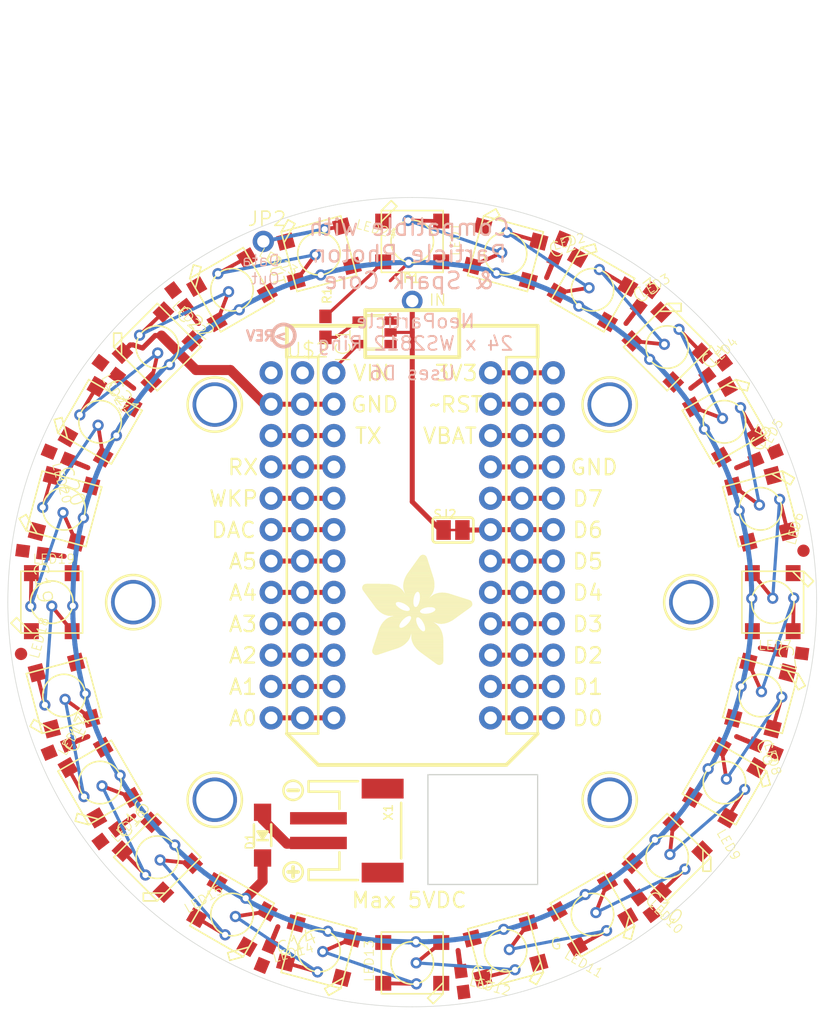
<source format=kicad_pcb>
(kicad_pcb (version 20211014) (generator pcbnew)
  (layers (0 "F.Cu" signal) (31 "B.Cu" signal) (34 "B.Paste" user) (35 "F.Paste" user) (36 "B.SilkS" user "B.Silkscreen") (37 "F.SilkS" user "F.Silkscreen") (38 "B.Mask" user) (39 "F.Mask" user) (44 "Edge.Cuts" user))
  (net 0 "")
  (net 1 "N$1")
  (net 2 "N$2")
  (net 3 "N$3")
  (net 4 "N$4")
  (net 5 "N$5")
  (net 6 "N$6")
  (net 7 "N$7")
  (net 8 "N$8")
  (net 9 "N$9")
  (net 10 "N$10")
  (net 11 "N$11")
  (net 12 "GND")
  (net 13 "VDD")
  (net 14 "N$12")
  (net 15 "N$13")
  (net 16 "N$14")
  (net 17 "N$15")
  (net 18 "N$16")
  (net 19 "N$17")
  (net 20 "N$18")
  (net 21 "N$19")
  (net 22 "N$20")
  (net 23 "N$21")
  (net 24 "N$22")
  (net 25 "N$23")
  (net 26 "N$24")
  (net 27 "N$25")
  (net 28 "N$28")
  (net 29 "D0")
  (net 30 "D1")
  (net 31 "D2")
  (net 32 "TX")
  (net 33 "RX")
  (net 34 "WKP")
  (net 35 "DAC")
  (net 36 "A5")
  (net 37 "A4")
  (net 38 "A3")
  (net 39 "A2")
  (net 40 "A1")
  (net 41 "A0")
  (net 42 "D7")
  (net 43 "D6")
  (net 44 "D5")
  (net 45 "D4")
  (net 46 "D3")
  (net 47 "VBAT")
  (net 48 "~{RST}")
  (net 49 "3V3")
  (net 50 "DIN")
  (net 51 "N$26")
  (footprint "boardEagle:SOLDERJUMPER_CLOSEDWIRE" (layer "F.Cu") (at 151.8031 99.1616)
    (fp_text reference "SJ2")
    (fp_text value "")
  )
  (footprint "boardEagle:C0603" (layer "F.Cu") (at 179.223925 109.048296 -7.5)
    (fp_text reference "C7")
    (fp_text value "1uF")
  )
  (footprint "boardEagle:C0603" (layer "F.Cu") (at 152.545796 135.726425 -82.5)
    (fp_text reference "C12")
    (fp_text value "1uF")
  )
  (footprint "boardEagle:WS2812B-NARROW" (layer "F.Cu") (at 127.846582 125.658118 135)
    (fp_text reference "LED16")
    (fp_text value "WS2812B5050" hide)
  )
  (footprint "boardEagle:C0603" (layer "F.Cu") (at 160.359596 76.374497 67.5)
    (fp_text reference "C2")
    (fp_text value "1uF")
  )
  (footprint "boardEagle:WS2812B-NARROW" (layer "F.Cu") (at 123.204479 90.3986 60)
    (fp_text reference "LED21")
    (fp_text value "WS2812B5050" hide)
  )
  (footprint "boardEagle:C0603" (layer "F.Cu") (at 129.636775 80.419194 127.5)
    (fp_text reference "C22")
    (fp_text value "1uF")
  )
  (footprint "boardEagle:C0603" (layer "F.Cu") (at 177.130203 116.862096 -22.5)
    (fp_text reference "C8")
    (fp_text value "1uF")
  )
  (footprint "boardEagle:WS2812B-NARROW" (layer "F.Cu") (at 163.1061 79.706979 -30)
    (fp_text reference "LED3")
    (fp_text value "WS2812B5050" hide)
  )
  (footprint "boardEagle:FIDUCIAL_1MM" (layer "F.Cu") (at 116.8019 109.1946)
    (fp_text reference "FID1" hide)
    (fp_text value "FIDUCIAL\"\"" hide)
  )
  (footprint "boardEagle:C0603" (layer "F.Cu") (at 117.778275 100.958904 172.5)
    (fp_text reference "C19")
    (fp_text value "1uF")
  )
  (footprint "boardEagle:WS2812B-NARROW" (layer "F.Cu") (at 148.5011 75.7936)
    (fp_text reference "LED1")
    (fp_text value "WS2812B5050" hide)
  )
  (footprint "boardEagle:WS2812B-NARROW" (layer "F.Cu") (at 120.286525 97.443544 75)
    (fp_text reference "LED20")
    (fp_text value "WS2812B5050" hide)
  )
  (footprint "boardEagle:C0603" (layer "F.Cu") (at 167.365425 129.588006 -52.5)
    (fp_text reference "C10")
    (fp_text value "1uF")
  )
  (footprint "boardEagle:MOUNTINGHOLE_3.0_PLATEDTHIN" (layer "F.Cu") (at 164.5011 89.0036)
    (fp_text reference "U$3" hide)
    (fp_text value "MOUNTINGHOLE3.0THIN" hide)
  )
  (footprint "boardEagle:WS2812B-NARROW" (layer "F.Cu") (at 119.2911 105.0036 90)
    (fp_text reference "LED19")
    (fp_text value "WS2812B5050" hide)
  )
  (footprint "boardEagle:WS2812B-NARROW" (layer "F.Cu") (at 133.8961 130.300221 150)
    (fp_text reference "LED15")
    (fp_text value "WS2812B5050" hide)
  )
  (footprint "boardEagle:C0603" (layer "F.Cu") (at 173.085506 86.139275 37.5)
    (fp_text reference "C4")
    (fp_text value "1uF")
  )
  (footprint "boardEagle:WS2812B-NARROW" (layer "F.Cu") (at 176.715675 97.443544 -75)
    (fp_text reference "LED6")
    (fp_text value "WS2812B5050" hide)
  )
  (footprint "boardEagle:WS2812B-NARROW" (layer "F.Cu") (at 127.846582 84.349082 45)
    (fp_text reference "LED22")
    (fp_text value "WS2812B5050" hide)
  )
  (footprint "boardEagle:WS2812B-NARROW" (layer "F.Cu") (at 176.715675 112.563656 -105)
    (fp_text reference "LED8")
    (fp_text value "WS2812B5050" hide)
  )
  (footprint "boardEagle:FIDUCIAL_1MM" (layer "F.Cu") (at 180.2003 100.838)
    (fp_text reference "FID2" hide)
    (fp_text value "FIDUCIAL\"\"" hide)
  )
  (footprint "boardEagle:MOUNTINGHOLE_3.0_PLATEDTHIN" (layer "F.Cu") (at 125.8951 105.0036)
    (fp_text reference "U$9" hide)
    (fp_text value "MOUNTINGHOLE3.0THIN" hide)
  )
  (footprint "boardEagle:MOUNTINGHOLE_3.0_PLATEDTHIN" (layer "F.Cu") (at 132.5011 89.0036)
    (fp_text reference "U$4" hide)
    (fp_text value "MOUNTINGHOLE3.0THIN" hide)
  )
  (footprint "boardEagle:ADAFRUIT_9MM" (layer "F.Cu") (at 144.4371 110.0836)
    (fp_text reference "U$1" hide)
    (fp_text value "" hide)
  )
  (footprint "boardEagle:WS2812B-NARROW" (layer "F.Cu") (at 140.941044 76.789025 15)
    (fp_text reference "LED24")
    (fp_text value "WS2812B5050" hide)
  )
  (footprint "boardEagle:C0603" (layer "F.Cu") (at 167.365425 80.419194 52.5)
    (fp_text reference "C3")
    (fp_text value "1uF")
  )
  (footprint "boardEagle:0603-NO" (layer "F.Cu") (at 141.469797 82.711494 90)
    (fp_text reference "R1")
    (fp_text value "470 ohm")
  )
  (footprint "boardEagle:WS2812B-NARROW" (layer "F.Cu") (at 173.797721 119.6086 -120)
    (fp_text reference "LED9")
    (fp_text value "WS2812B5050" hide)
  )
  (footprint "boardEagle:C0603" (layer "F.Cu") (at 119.871997 116.862096 -157.5)
    (fp_text reference "C17")
    (fp_text value "1uF")
  )
  (footprint "boardEagle:1X01_ROUND" (layer "F.Cu") (at 148.5011 80.6196)
    (fp_text reference "JP1")
    (fp_text value "")
  )
  (footprint "boardEagle:WS2812B-NARROW" (layer "F.Cu") (at 169.155618 125.658118 -135)
    (fp_text reference "LED10")
    (fp_text value "WS2812B5050" hide)
  )
  (footprint "boardEagle:MOUNTINGHOLE_3.0_PLATEDTHIN" (layer "F.Cu") (at 132.5011 121.0036)
    (fp_text reference "U$5" hide)
    (fp_text value "MOUNTINGHOLE3.0THIN" hide)
  )
  (footprint "boardEagle:WS2812B-NARROW" (layer "F.Cu") (at 156.061156 133.218175 -165)
    (fp_text reference "LED12")
    (fp_text value "WS2812B5050" hide)
  )
  (footprint "boardEagle:JSTPH2" (layer "F.Cu") (at 144.6011 123.5036 -90)
    (fp_text reference "X1")
    (fp_text value "JST-2PH")
  )
  (footprint "boardEagle:WS2812B-NARROW" (layer "F.Cu") (at 133.8961 79.706979 30)
    (fp_text reference "LED23")
    (fp_text value "WS2812B5050" hide)
  )
  (footprint "boardEagle:WS2812B-NARROW" (layer "F.Cu") (at 120.286525 112.563656 105)
    (fp_text reference "LED18")
    (fp_text value "WS2812B5050" hide)
  )
  (footprint "boardEagle:MOUNTINGHOLE_3.0_PLATEDTHIN" (layer "F.Cu") (at 171.1071 105.0036)
    (fp_text reference "U$10" hide)
    (fp_text value "MOUNTINGHOLE3.0THIN" hide)
  )
  (footprint "boardEagle:SOT23-5" (layer "F.Cu") (at 145.4531 83.1596 90)
    (fp_text reference "IC1")
    (fp_text value "74AHC1G125DBV")
  )
  (footprint "boardEagle:SPARK_CORE_STACKABLE" (layer "F.Cu") (at 148.5011 100.4036)
    (fp_text reference "U$2")
    (fp_text value "PHOTON")
  )
  (footprint "boardEagle:WS2812B-NARROW" (layer "F.Cu") (at 140.941044 133.218175 165)
    (fp_text reference "LED14")
    (fp_text value "WS2812B5050" hide)
  )
  (footprint "boardEagle:C0603" (layer "F.Cu") (at 136.642604 133.632703 -112.5)
    (fp_text reference "C14")
    (fp_text value "1uF")
  )
  (footprint "boardEagle:WS2812B-NARROW" (layer "F.Cu") (at 173.797721 90.3986 -60)
    (fp_text reference "LED5")
    (fp_text value "WS2812B5050" hide)
  )
  (footprint "boardEagle:WS2812B-NARROW" (layer "F.Cu") (at 169.155618 84.349082 -45)
    (fp_text reference "LED4")
    (fp_text value "WS2812B5050" hide)
  )
  (footprint "boardEagle:MOUNTINGHOLE_3.0_PLATEDTHIN" (layer "F.Cu") (at 164.5011 121.0036)
    (fp_text reference "U$6" hide)
    (fp_text value "MOUNTINGHOLE3.0THIN" hide)
  )
  (footprint "boardEagle:C0603" (layer "F.Cu") (at 177.130203 93.145104 22.5)
    (fp_text reference "C5")
    (fp_text value "1uF")
  )
  (footprint "boardEagle:SYMBOL_PLUS" (layer "F.Cu") (at 138.8491 126.8476)
    (fp_text reference "U$7" hide)
    (fp_text value "" hide)
  )
  (footprint "boardEagle:WS2812B-NARROW" (layer "F.Cu") (at 177.7111 105.0036 -90)
    (fp_text reference "LED7")
    (fp_text value "WS2812B5050" hide)
  )
  (footprint "boardEagle:SOD-123" (layer "F.Cu") (at 136.3731 123.8696 90)
    (fp_text reference "D1")
    (fp_text value "MBR120")
  )
  (footprint "boardEagle:1X01-CLEANBIG" (layer "F.Cu") (at 136.4361 75.7936)
    (fp_text reference "JP2")
    (fp_text value "")
  )
  (footprint "boardEagle:C0603" (layer "F.Cu") (at 119.871997 93.145104 157.5)
    (fp_text reference "C20")
    (fp_text value "1uF")
  )
  (footprint "boardEagle:WS2812B-NARROW" (layer "F.Cu") (at 123.204479 119.6086 120)
    (fp_text reference "LED17")
    (fp_text value "WS2812B5050" hide)
  )
  (footprint "boardEagle:C0603" (layer "F.Cu") (at 123.916694 86.139275 142.5)
    (fp_text reference "C21")
    (fp_text value "1uF")
  )
  (footprint "boardEagle:C0603" (layer "F.Cu") (at 123.916694 123.867925 -142.5)
    (fp_text reference "C16")
    (fp_text value "1uF")
  )
  (footprint "boardEagle:SYMBOL_MINUS" (layer "F.Cu") (at 138.8491 120.2436)
    (fp_text reference "U$8" hide)
    (fp_text value "" hide)
  )
  (footprint "boardEagle:WS2812B-NARROW" (layer "F.Cu") (at 148.5011 134.2136 180)
    (fp_text reference "LED13")
    (fp_text value "WS2812B5050" hide)
  )
  (footprint "boardEagle:WS2812B-NARROW" (layer "F.Cu") (at 156.061156 76.789025 -15)
    (fp_text reference "LED2")
    (fp_text value "WS2812B5050" hide)
  )
  (footprint "boardEagle:WS2812B-NARROW" (layer "F.Cu") (at 163.1061 130.300221 -150)
    (fp_text reference "LED11")
    (fp_text value "WS2812B5050" hide)
  )
  (footprint "boardEagle:PCBFEAT-REV-040" (layer "B.Cu") (at 138.0871 83.4136 180)
    (fp_text reference "U$11" hide)
    (fp_text value "" hide)
  )
  (gr_arc (start 148.5011 72.2376) (mid 171.670161 81.834539) (end 181.2671 105.0036) (layer "Edge.Cuts") (width 0.05))
  (gr_line (start 158.6611 127.8636) (end 149.7711 127.8636) (layer "Edge.Cuts") (width 0.1))
  (gr_line (start 158.6611 118.9736) (end 158.6611 127.8636) (layer "Edge.Cuts") (width 0.1))
  (gr_line (start 149.7711 127.8636) (end 149.7711 118.9736) (layer "Edge.Cuts") (width 0.1))
  (gr_arc (start 148.5011 137.7696) (mid 125.332039 128.172661) (end 115.7351 105.0036) (layer "Edge.Cuts") (width 0.05))
  (gr_arc (start 115.7351 105.0036) (mid 125.332039 81.834539) (end 148.5011 72.2376) (layer "Edge.Cuts") (width 0.05))
  (gr_line (start 149.7711 118.9736) (end 158.6611 118.9736) (layer "Edge.Cuts") (width 0.1))
  (gr_arc (start 181.2671 105.0036) (mid 171.670161 128.172661) (end 148.5011 137.7696) (layer "Edge.Cuts") (width 0.05))
  (gr_text "Data\nOut" (at 137.8331 79.3496) (layer "B.SilkS") (effects (font (size 0.9144 0.9144) (thickness 0.1016)) (justify left bottom mirror)))
  (gr_text "NeoParticle\n24 x WS2812 Ring" (at 148.7551 83.1596) (layer "B.SilkS") (effects (font (size 1.1176 1.1176) (thickness 0.1524)) (justify mirror)))
  (gr_text "Compatible with\nParticle Photon\n& Spark Core" (at 148.2471 76.8096) (layer "B.SilkS") (effects (font (size 1.34112 1.34112) (thickness 0.18288)) (justify mirror)))
  (gr_text "Uses D6" (at 148.5011 86.4616) (layer "B.SilkS") (effects (font (size 1.1176 1.1176) (thickness 0.1524)) (justify mirror)))
  (gr_text "A0" (at 134.7851 114.4016) (layer "F.SilkS") (effects (font (size 1.251712 1.251712) (thickness 0.170688))))
  (gr_text "D6" (at 162.7251 99.1616) (layer "F.SilkS") (effects (font (size 1.251712 1.251712) (thickness 0.170688))))
  (gr_text "D5" (at 162.7251 101.7016) (layer "F.SilkS") (effects (font (size 1.251712 1.251712) (thickness 0.170688))))
  (gr_text "IN" (at 149.7965 81.0768) (layer "F.SilkS") (effects (font (size 0.9144 0.9144) (thickness 0.1016)) (justify left bottom)))
  (gr_text "D2" (at 162.7251 109.3216) (layer "F.SilkS") (effects (font (size 1.251712 1.251712) (thickness 0.170688))))
  (gr_text "D4" (at 162.7251 104.2416) (layer "F.SilkS") (effects (font (size 1.251712 1.251712) (thickness 0.170688))))
  (gr_text "VBAT" (at 151.5491 91.5416) (layer "F.SilkS") (effects (font (size 1.251712 1.251712) (thickness 0.170688))))
  (gr_text "DAC" (at 134.0231 99.1616) (layer "F.SilkS") (effects (font (size 1.251712 1.251712) (thickness 0.170688))))
  (gr_text "Max 5VDC" (at 148.2471 129.1336) (layer "F.SilkS") (effects (font (size 1.251712 1.251712) (thickness 0.170688))))
  (gr_text "~RST" (at 152.0571 89.0016) (layer "F.SilkS") (effects (font (size 1.251712 1.251712) (thickness 0.170688))))
  (gr_text "A1" (at 134.7851 111.8616) (layer "F.SilkS") (effects (font (size 1.251712 1.251712) (thickness 0.170688))))
  (gr_text "G" (at 159.6263 133.1976) (layer "F.SilkS") (effects (font (size 0.9144 0.9144) (thickness 0.1016)) (justify left bottom)))
  (gr_text "VIN" (at 145.1991 86.4616) (layer "F.SilkS") (effects (font (size 1.251712 1.251712) (thickness 0.170688))))
  (gr_text "D0" (at 162.7251 114.4016) (layer "F.SilkS") (effects (font (size 1.251712 1.251712) (thickness 0.170688))))
  (gr_text "OUT" (at 136.5631 76.8858 285) (layer "F.SilkS") (effects (font (size 0.9144 0.9144) (thickness 0.1016)) (justify left bottom)))
  (gr_text "GND" (at 163.2331 94.0816) (layer "F.SilkS") (effects (font (size 1.251712 1.251712) (thickness 0.170688))))
  (gr_text "D7" (at 162.7251 96.6216) (layer "F.SilkS") (effects (font (size 1.251712 1.251712) (thickness 0.170688))))
  (gr_text "A5" (at 134.7851 101.7016) (layer "F.SilkS") (effects (font (size 1.251712 1.251712) (thickness 0.170688))))
  (gr_text "A4" (at 134.7851 104.2416) (layer "F.SilkS") (effects (font (size 1.251712 1.251712) (thickness 0.170688))))
  (gr_text "A2" (at 134.7851 109.3216) (layer "F.SilkS") (effects (font (size 1.251712 1.251712) (thickness 0.170688))))
  (gr_text "D1" (at 162.7251 111.8616) (layer "F.SilkS") (effects (font (size 1.251712 1.251712) (thickness 0.170688))))
  (gr_text "3V3" (at 152.0571 86.4616) (layer "F.SilkS") (effects (font (size 1.251712 1.251712) (thickness 0.170688))))
  (gr_text "TX" (at 144.9451 91.5416) (layer "F.SilkS") (effects (font (size 1.251712 1.251712) (thickness 0.170688))))
  (gr_text "RX" (at 134.7851 94.0816) (layer "F.SilkS") (effects (font (size 1.251712 1.251712) (thickness 0.170688))))
  (gr_text "D3" (at 162.7251 106.7816) (layer "F.SilkS") (effects (font (size 1.251712 1.251712) (thickness 0.170688))))
  (gr_text "WKP" (at 134.0231 96.6216) (layer "F.SilkS") (effects (font (size 1.251712 1.251712) (thickness 0.170688))))
  (gr_text "A3" (at 134.7851 106.7816) (layer "F.SilkS") (effects (font (size 1.251712 1.251712) (thickness 0.170688))))
  (gr_text "GND" (at 145.4531 89.0016) (layer "F.SilkS") (effects (font (size 1.251712 1.251712) (thickness 0.170688))))
  (segment (start 153.364178 77.774579) (end 155.753053 76.708) (width 0.3048) (layer "F.Cu") (net 1))
  (segment (start 150.8511 74.1436) (end 148.164041 74.095357) (width 0.3048) (layer "F.Cu") (net 1))
  (via (at 155.753053 76.708) (size 0.9064) (drill 0.5) (layers "F.Cu" "B.Cu") (net 1))
  (via (at 148.164041 74.095357) (size 0.9064) (drill 0.5) (layers "F.Cu" "B.Cu") (net 1))
  (segment (start 148.164041 74.095357) (end 155.753053 76.708) (width 0.254) (layer "B.Cu") (net 1))
  (segment (start 158.758131 75.803475) (end 156.174946 75.061319) (width 0.3048) (layer "F.Cu") (net 2))
  (segment (start 160.245937 79.960922) (end 162.82924 79.549244) (width 0.3048) (layer "F.Cu") (net 2))
  (via (at 156.174946 75.061319) (size 0.9064) (drill 0.5) (layers "F.Cu" "B.Cu") (net 2))
  (via (at 162.82924 79.549244) (size 0.9064) (drill 0.5) (layers "F.Cu" "B.Cu") (net 2))
  (segment (start 156.174946 75.061319) (end 162.82924 79.549244) (width 0.254) (layer "B.Cu") (net 2))
  (segment (start 165.966259 79.453038) (end 163.663121 78.067663) (width 0.3048) (layer "F.Cu") (net 3))
  (segment (start 166.32719 83.85411) (end 168.92905 84.125054) (width 0.3048) (layer "F.Cu") (net 3))
  (via (at 168.92905 84.125054) (size 0.9064) (drill 0.5) (layers "F.Cu" "B.Cu") (net 3))
  (via (at 163.663121 78.067663) (size 0.9064) (drill 0.5) (layers "F.Cu" "B.Cu") (net 3))
  (segment (start 163.663121 78.067663) (end 168.92905 84.125054) (width 0.254) (layer "B.Cu") (net 3))
  (segment (start 171.193778 89.188441) (end 173.63694 90.123519) (width 0.3048) (layer "F.Cu") (net 4))
  (segment (start 171.984043 84.844057) (end 170.118025 82.909919) (width 0.3048) (layer "F.Cu") (net 4))
  (via (at 173.63694 90.123519) (size 0.9064) (drill 0.5) (layers "F.Cu" "B.Cu") (net 4))
  (via (at 170.118025 82.909919) (size 0.9064) (drill 0.5) (layers "F.Cu" "B.Cu") (net 4))
  (segment (start 170.118025 82.909919) (end 173.63694 90.123519) (width 0.254) (layer "B.Cu") (net 4))
  (segment (start 175.099725 89.257632) (end 176.401662 91.608763) (width 0.3048) (layer "F.Cu") (net 5))
  (segment (start 174.513671 95.600672) (end 176.6316 97.136204) (width 0.3048) (layer "F.Cu") (net 5))
  (via (at 176.6316 97.136204) (size 0.9064) (drill 0.5) (layers "F.Cu" "B.Cu") (net 5))
  (via (at 175.099725 89.257632) (size 0.9064) (drill 0.5) (layers "F.Cu" "B.Cu") (net 5))
  (segment (start 175.099725 89.257632) (end 176.6316 97.136204) (width 0.254) (layer "B.Cu") (net 5))
  (segment (start 176.0611 102.6536) (end 177.709321 104.685085) (width 0.3048) (layer "F.Cu") (net 6))
  (segment (start 178.268884 96.678241) (end 178.917675 99.286419) (width 0.3048) (layer "F.Cu") (net 6))
  (via (at 178.268884 96.678241) (size 0.9064) (drill 0.5) (layers "F.Cu" "B.Cu") (net 6))
  (via (at 177.709321 104.685085) (size 0.9064) (drill 0.5) (layers "F.Cu" "B.Cu") (net 6))
  (segment (start 178.268884 96.678241) (end 177.709321 104.685085) (width 0.254) (layer "B.Cu") (net 6))
  (segment (start 175.730121 109.866678) (end 176.7967 112.255553) (width 0.3048) (layer "F.Cu") (net 7))
  (segment (start 179.3611 107.3536) (end 179.409343 104.666541) (width 0.3048) (layer "F.Cu") (net 7))
  (via (at 179.409343 104.666541) (size 0.9064) (drill 0.5) (layers "F.Cu" "B.Cu") (net 7))
  (via (at 176.7967 112.255553) (size 0.9064) (drill 0.5) (layers "F.Cu" "B.Cu") (net 7))
  (segment (start 179.409343 104.666541) (end 176.7967 112.255553) (width 0.254) (layer "B.Cu") (net 7))
  (segment (start 173.543778 116.748437) (end 173.955456 119.33174) (width 0.3048) (layer "F.Cu") (net 8))
  (segment (start 177.701225 115.260631) (end 178.443381 112.677446) (width 0.3048) (layer "F.Cu") (net 8))
  (via (at 178.443381 112.677446) (size 0.9064) (drill 0.5) (layers "F.Cu" "B.Cu") (net 8))
  (via (at 173.955456 119.33174) (size 0.9064) (drill 0.5) (layers "F.Cu" "B.Cu") (net 8))
  (segment (start 178.443381 112.677446) (end 173.955456 119.33174) (width 0.254) (layer "B.Cu") (net 8))
  (segment (start 174.051662 122.468759) (end 175.437037 120.165621) (width 0.3048) (layer "F.Cu") (net 9))
  (segment (start 169.65059 122.82969) (end 169.379646 125.43155) (width 0.3048) (layer "F.Cu") (net 9))
  (via (at 169.379646 125.43155) (size 0.9064) (drill 0.5) (layers "F.Cu" "B.Cu") (net 9))
  (via (at 175.437037 120.165621) (size 0.9064) (drill 0.5) (layers "F.Cu" "B.Cu") (net 9))
  (segment (start 175.437037 120.165621) (end 169.379646 125.43155) (width 0.254) (layer "B.Cu") (net 9))
  (segment (start 168.660643 128.486543) (end 170.594781 126.620525) (width 0.3048) (layer "F.Cu") (net 10))
  (segment (start 164.316259 127.696278) (end 163.381181 130.13944) (width 0.3048) (layer "F.Cu") (net 10))
  (via (at 170.594781 126.620525) (size 0.9064) (drill 0.5) (layers "F.Cu" "B.Cu") (net 10))
  (via (at 163.381181 130.13944) (size 0.9064) (drill 0.5) (layers "F.Cu" "B.Cu") (net 10))
  (segment (start 170.594781 126.620525) (end 163.381181 130.13944) (width 0.254) (layer "B.Cu") (net 10))
  (segment (start 161.895937 132.904162) (end 164.247068 131.602225) (width 0.3048) (layer "F.Cu") (net 11))
  (segment (start 156.368496 133.1341) (end 157.904028 131.016171) (width 0.3048) (layer "F.Cu") (net 11))
  (via (at 164.247068 131.602225) (size 0.9064) (drill 0.5) (layers "F.Cu" "B.Cu") (net 11))
  (via (at 156.368496 133.1341) (size 0.9064) (drill 0.5) (layers "F.Cu" "B.Cu") (net 11))
  (segment (start 164.247068 131.602225) (end 156.368496 133.1341) (width 0.254) (layer "B.Cu") (net 11))
  (segment (start 130.9751 86.2076) (end 128.1811 83.4136) (width 0.8128) (layer "F.Cu") (net 12))
  (segment (start 137.0711 88.9736) (end 139.6111 88.9736) (width 0.4064) (layer "F.Cu") (net 12))
  (segment (start 133.7691 86.2076) (end 130.9751 86.2076) (width 0.8128) (layer "F.Cu") (net 12))
  (segment (start 125.8951 84.1756) (end 126.6571 84.4296) (width 0.4064) (layer "F.Cu") (net 12))
  (segment (start 126.6571 84.4296) (end 127.6731 83.4136) (width 0.4064) (layer "F.Cu") (net 12))
  (segment (start 142.1791 89.0016) (end 142.1511 88.9736) (width 0.4064) (layer "F.Cu") (net 12))
  (segment (start 136.5351 88.9736) (end 133.7691 86.2076) (width 0.8128) (layer "F.Cu") (net 12))
  (segment (start 125.018157 84.844057) (end 125.018157 84.798544) (width 0.4064) (layer "F.Cu") (net 12))
  (segment (start 139.6111 88.9736) (end 142.1511 88.9736) (width 0.4064) (layer "F.Cu") (net 12))
  (segment (start 137.0711 88.9736) (end 136.5351 88.9736) (width 0.8128) (layer "F.Cu") (net 12))
  (segment (start 125.6411 84.1756) (end 125.8951 84.1756) (width 0.4064) (layer "F.Cu") (net 12))
  (segment (start 154.8511 94.0536) (end 157.3911 94.0536) (width 0.4064) (layer "F.Cu") (net 12))
  (segment (start 127.6731 83.4136) (end 128.1811 83.4136) (width 0.4064) (layer "F.Cu") (net 12))
  (segment (start 157.3911 94.0536) (end 159.9311 94.0536) (width 0.4064) (layer "F.Cu") (net 12))
  (segment (start 125.018157 84.798544) (end 125.6411 84.1756) (width 0.4064) (layer "F.Cu") (net 12))
  (segment (start 137.614407 131.28625) (end 137.322813 131.990084) (width 0.4064) (layer "F.Cu") (net 13))
  (segment (start 120.657297 93.470385) (end 121.514616 93.825313) (width 0.4064) (layer "F.Cu") (net 13))
  (segment (start 122.21845 115.890293) (end 121.514616 116.181887) (width 0.4064) (layer "F.Cu") (net 13))
  (segment (start 118.621007 101.069854) (end 119.541038 101.190807) (width 0.4064) (layer "F.Cu") (net 13))
  (segment (start 125.931675 122.321575) (end 125.327157 122.785631) (width 0.4064) (layer "F.Cu") (net 13))
  (segment (start 174.78375 115.890293) (end 175.487584 116.181887) (width 0.4064) (layer "F.Cu") (net 13))
  (segment (start 175.487584 93.825313) (end 176.344903 93.470385) (width 0.4064) (layer "F.Cu") (net 13))
  (segment (start 152.313893 133.963662) (end 152.434846 134.883693) (width 0.4064) (layer "F.Cu") (net 13))
  (segment (start 174.78375 94.116907) (end 175.487584 93.825313) (width 0.4064) (layer "F.Cu") (net 13))
  (segment (start 165.819075 127.573025) (end 166.283131 128.177543) (width 0.4064) (layer "F.Cu") (net 13))
  (segment (start 166.283131 81.829657) (end 166.847975 81.093547) (width 0.4064) (layer "F.Cu") (net 13))
  (segment (start 175.487584 116.181887) (end 176.344903 116.536815) (width 0.4064) (layer "F.Cu") (net 13))
  (segment (start 124.591047 123.350475) (end 125.327157 122.785631) (width 0.4064) (layer "F.Cu") (net 13))
  (segment (start 177.461162 108.816393) (end 178.381193 108.937346) (width 0.4064) (layer "F.Cu") (net 13))
  (segment (start 159.679387 78.017116) (end 160.034315 77.159797) (width 0.4064) (layer "F.Cu") (net 13))
  (segment (start 166.283131 128.177543) (end 166.847975 128.913653) (width 0.4064) (layer "F.Cu") (net 13))
  (segment (start 121.514616 116.181887) (end 120.657297 116.536815) (width 0.4064) (layer "F.Cu") (net 13))
  (segment (start 136.3731 127.610368) (end 135.006841 128.976628) (width 0.8128) (layer "F.Cu") (net 13))
  (segment (start 176.705768 108.716825) (end 177.461162 108.816393) (width 0.4064) (layer "F.Cu") (net 13))
  (segment (start 165.819075 82.434175) (end 166.283131 81.829657) (width 0.4064) (layer "F.Cu") (net 13))
  (segment (start 130.154225 81.093547) (end 130.719069 81.829657) (width 0.4064) (layer "F.Cu") (net 13))
  (segment (start 120.296432 101.290375) (end 119.541038 101.190807) (width 0.4064) (layer "F.Cu") (net 13))
  (segment (start 171.675043 87.221569) (end 172.411153 86.656725) (width 0.4064) (layer "F.Cu") (net 13))
  (segment (start 142.1511 86.4336) (end 142.1511 86.1116) (width 0.254) (layer "F.Cu") (net 13))
  (segment (start 137.322813 131.990084) (end 136.967885 132.847403) (width 0.4064) (layer "F.Cu") (net 13))
  (segment (start 125.327157 87.221569) (end 124.591047 86.656725) (width 0.4064) (layer "F.Cu") (net 13))
  (segment (start 142.1511 86.1116) (end 144.1531 84.1096) (width 0.254) (layer "F.Cu") (net 13))
  (segment (start 171.070525 87.685625) (end 171.675043 87.221569) (width 0.4064) (layer "F.Cu") (net 13))
  (segment (start 159.387793 78.72095) (end 159.679387 78.017116) (width 0.4064) (layer "F.Cu") (net 13))
  (segment (start 131.183125 82.434175) (end 130.719069 81.829657) (width 0.4064) (layer "F.Cu") (net 13))
  (segment (start 122.21845 94.116907) (end 121.514616 93.825313) (width 0.4064) (layer "F.Cu") (net 13))
  (segment (start 136.3731 125.7196) (end 136.3731 127.610368) (width 0.8128) (layer "F.Cu") (net 13))
  (segment (start 125.931675 87.685625) (end 125.327157 87.221569) (width 0.4064) (layer "F.Cu") (net 13))
  (segment (start 146.7231 78.973172) (end 148.201125 77.495147) (width 0.254) (layer "F.Cu") (net 13))
  (segment (start 152.214325 133.208268) (end 152.313893 133.963662) (width 0.4064) (layer "F.Cu") (net 13))
  (via (at 176.009553 104.703625) (size 0.9064) (drill 0.5) (layers "F.Cu" "B.Cu") (net 13))
  (via (at 161.995359 81.030572) (size 0.9064) (drill 0.5) (layers "F.Cu" "B.Cu") (net 13))
  (via (at 134.48716 81.3308) (size 0.9064) (drill 0.5) (layers "F.Cu" "B.Cu") (net 13))
  (via (at 148.201125 77.495147) (size 0.9064) (drill 0.5) (layers "F.Cu" "B.Cu") (net 13))
  (via (at 124.8283 119.01754) (size 0.9064) (drill 0.5) (layers "F.Cu" "B.Cu") (net 13))
  (via (at 174.994568 97.594166) (size 0.9064) (drill 0.5) (layers "F.Cu" "B.Cu") (net 13))
  (via (at 172.1739 90.98966) (size 0.9064) (drill 0.5) (layers "F.Cu" "B.Cu") (net 13))
  (via (at 128.837438 85.764369) (size 0.9064) (drill 0.5) (layers "F.Cu" "B.Cu") (net 13))
  (via (at 124.528072 91.509341) (size 0.9064) (drill 0.5) (layers "F.Cu" "B.Cu") (net 13))
  (via (at 172.474128 118.497859) (size 0.9064) (drill 0.5) (layers "F.Cu" "B.Cu") (net 13))
  (via (at 175.149762 111.833406) (size 0.9064) (drill 0.5) (layers "F.Cu" "B.Cu") (net 13))
  (via (at 167.740331 85.339938) (size 0.9064) (drill 0.5) (layers "F.Cu" "B.Cu") (net 13))
  (via (at 148.801075 132.512053) (size 0.9064) (drill 0.5) (layers "F.Cu" "B.Cu") (net 13))
  (via (at 155.330906 78.354938) (size 0.9064) (drill 0.5) (layers "F.Cu" "B.Cu") (net 13))
  (via (at 121.852438 98.173794) (size 0.9064) (drill 0.5) (layers "F.Cu" "B.Cu") (net 13))
  (via (at 122.007632 112.413034) (size 0.9064) (drill 0.5) (layers "F.Cu" "B.Cu") (net 13))
  (via (at 129.261869 124.667262) (size 0.9064) (drill 0.5) (layers "F.Cu" "B.Cu") (net 13))
  (via (at 168.164762 124.242831) (size 0.9064) (drill 0.5) (layers "F.Cu" "B.Cu") (net 13))
  (via (at 162.51504 128.6764) (size 0.9064) (drill 0.5) (layers "F.Cu" "B.Cu") (net 13))
  (via (at 141.671294 131.652262) (size 0.9064) (drill 0.5) (layers "F.Cu" "B.Cu") (net 13))
  (via (at 141.091666 78.510132) (size 0.9064) (drill 0.5) (layers "F.Cu" "B.Cu") (net 13))
  (via (at 135.006841 128.976628) (size 0.9064) (drill 0.5) (layers "F.Cu" "B.Cu") (net 13))
  (via (at 155.910534 131.497068) (size 0.9064) (drill 0.5) (layers "F.Cu" "B.Cu") (net 13))
  (via (at 120.992647 105.303575) (size 0.9064) (drill 0.5) (layers "F.Cu" "B.Cu") (net 13))
  (segment (start 125.946513 89.050079) (end 125.36327 89.913979) (width 0.4064) (layer "B.Cu") (net 13))
  (segment (start 121.965255 112.513317) (end 122.26066 113.512932) (width 0.4064) (layer "B.Cu") (net 13))
  (segment (start 149.843232 132.492087) (end 150.883862 132.432218) (width 0.4064) (layer "B.Cu") (net 13))
  (segment (start 130.098625 125.616151) (end 130.889936 126.294621) (width 0.4064) (layer "B.Cu") (net 13))
  (segment (start 167.668317 124.907871) (end 168.40537 124.170818) (width 0.4064) (layer "B.Cu") (net 13))
  (segment (start 175.697099 100.591584) (end 175.52187 99.57467) (width 0.4064) (layer "B.Cu") (net 13))
  (segment (start 138.030131 130.539505) (end 139.0042 130.910563) (width 0.4064) (layer "B.Cu") (net 13))
  (segment (start 128.596829 124.170817) (end 129.333882 124.90787) (width 0.4064) (layer "B.Cu") (net 13))
  (segment (start 164.454619 127.558188) (end 165.295545 126.942284) (width 0.4064) (layer "B.Cu") (net 13))
  (segment (start 121.708354 111.50312) (end 121.965255 112.513317) (width 0.4064) (layer "B.Cu") (net 13))
  (segment (start 126.562417 88.209154) (end 125.946513 89.050079) (width 0.4064) (layer "B.Cu") (net 13))
  (segment (start 120.992647 105.303575) (end 120.992647 105.303573) (width 0.4064) (layer "B.Cu") (net 13))
  (segment (start 123.817824 117.376515) (end 124.298143 118.301603) (width 0.4064) (layer "B.Cu") (net 13))
  (segment (start 120.992647 104.703625) (end 120.992647 105.303575) (width 0.4064) (layer "B.Cu") (net 13))
  (segment (start 174.408063 114.5005) (end 174.741539 113.512934) (width 0.4064) (layer "B.Cu") (net 13))
  (segment (start 129.333883 85.099329) (end 128.59683 85.836382) (width 0.4064) (layer "B.Cu") (net 13))
  (segment (start 121.311519 109.456928) (end 121.490336 110.483826) (width 0.4064) (layer "B.Cu") (net 13))
  (segment (start 155.359358 78.292733) (end 154.353386 78.062866) (width 0.4064) (layer "B.Cu") (net 13))
  (segment (start 127.210078 122.614762) (end 127.888548 123.406074) (width 0.4064) (layer "B.Cu") (net 13))
  (segment (start 124.813545 90.799584) (end 124.298144 91.705595) (width 0.4064) (layer "B.Cu") (net 13))
  (segment (start 135.203095 129.206556) (end 136.128183 129.686875) (width 0.4064) (layer "B.Cu") (net 13))
  (segment (start 176.009553 104.703626) (end 175.98999 103.671911) (width 0.4064) (layer "B.Cu") (net 13))
  (segment (start 166.112262 126.294622) (end 166.903574 125.616152) (width 0.4064) (layer "B.Cu") (net 13))
  (segment (start 171.63893 120.093221) (end 172.188655 119.207616) (width 0.4064) (layer "B.Cu") (net 13))
  (segment (start 169.912534 87.537382) (end 169.246571 86.749149) (width 0.4064) (layer "B.Cu") (net 13))
  (segment (start 142.00158 78.210854) (end 140.991383 78.467755) (width 0.4064) (layer "B.Cu") (net 13))
  (segment (start 131.706655 83.064916) (end 130.889938 83.712578) (width 0.4064) (layer "B.Cu") (net 13))
  (segment (start 133.411479 128.14143) (end 134.297084 128.691155) (width 0.4064) (layer "B.Cu") (net 13))
  (segment (start 126.562416 121.798045) (end 127.210078 122.614762) (width 0.4064) (layer "B.Cu") (net 13))
  (segment (start 148.801073 132.512053) (end 149.843232 132.492087) (width 0.4064) (layer "B.Cu") (net 13))
  (segment (start 121.311519 100.55027) (end 121.172166 101.583263) (width 0.4064) (layer "B.Cu") (net 13))
  (segment (start 143.020874 77.992836) (end 142.00158 78.210854) (width 0.4064) (layer "B.Cu") (net 13))
  (segment (start 174.037005 115.474569) (end 174.408063 114.5005) (width 0.4064) (layer "B.Cu") (net 13))
  (segment (start 144.04777 132.193181) (end 145.080763 132.332534) (width 0.4064) (layer "B.Cu") (net 13))
  (segment (start 124.813544 119.207614) (end 125.363269 120.093219) (width 0.4064) (layer "B.Cu") (net 13))
  (segment (start 152.318924 77.718313) (end 151.293361 77.604123) (width 0.4064) (layer "B.Cu") (net 13))
  (segment (start 122.965195 115.474567) (end 123.37329 116.433709) (width 0.4064) (layer "B.Cu") (net 13))
  (segment (start 121.072482 107.386362) (end 121.172166 108.423935) (width 0.4064) (layer "B.Cu") (net 13))
  (segment (start 122.26066 113.512932) (end 122.594136 114.500498) (width 0.4064) (layer "B.Cu") (net 13))
  (segment (start 148.201127 77.495147) (end 147.158968 77.515113) (width 0.4064) (layer "B.Cu") (net 13))
  (segment (start 154.353386 78.062866) (end 153.339422 77.8713) (width 0.4064) (layer "B.Cu") (net 13))
  (segment (start 157.010432 131.24404) (end 157.997998 130.910564) (width 0.4064) (layer "B.Cu") (net 13))
  (segment (start 175.293845 111.503122) (end 175.511864 110.483827) (width 0.4064) (layer "B.Cu") (net 13))
  (segment (start 172.263866 90.925266) (end 171.724648 90.045457) (width 0.4064) (layer "B.Cu") (net 13))
  (segment (start 168.40537 124.170818) (end 169.113651 123.406075) (width 0.4064) (layer "B.Cu") (net 13))
  (segment (start 157.341558 78.865999) (end 156.355893 78.560573) (width 0.4064) (layer "B.Cu") (net 13))
  (segment (start 137.070991 79.87579) (end 136.128185 80.320324) (width 0.4064) (layer "B.Cu") (net 13))
  (segment (start 139.991766 131.244039) (end 140.991381 131.539445) (width 0.4064) (layer "B.Cu") (net 13))
  (segment (start 153.981326 132.014364) (end 155.00062 131.796346) (width 0.4064) (layer "B.Cu") (net 13))
  (segment (start 172.769341 91.824886) (end 172.263866 90.925266) (width 0.4064) (layer "B.Cu") (net 13))
  (segment (start 166.903574 125.616152) (end 167.668317 124.907871) (width 0.4064) (layer "B.Cu") (net 13))
  (segment (start 128.59683 85.836382) (end 127.888549 86.601125) (width 0.4064) (layer "B.Cu") (net 13))
  (segment (start 175.52187 99.57467) (end 175.308215 98.565129) (width 0.4064) (layer "B.Cu") (net 13))
  (segment (start 175.056441 97.564415) (end 174.766911 96.573964) (width 0.4064) (layer "B.Cu") (net 13))
  (segment (start 143.020873 132.014364) (end 144.04777 132.193181) (width 0.4064) (layer "B.Cu") (net 13))
  (segment (start 163.590719 128.141431) (end 164.454619 127.558188) (width 0.4064) (layer "B.Cu") (net 13))
  (segment (start 171.724648 90.045457) (end 171.152465 89.186722) (width 0.4064) (layer "B.Cu") (net 13))
  (segment (start 122.594137 95.5067) (end 122.260661 96.494266) (width 0.4064) (layer "B.Cu") (net 13))
  (segment (start 134.297086 81.316044) (end 133.411481 81.865769) (width 0.4064) (layer "B.Cu") (net 13))
  (segment (start 138.030133 79.467695) (end 137.070991 79.87579) (width 0.4064) (layer "B.Cu") (net 13))
  (segment (start 125.36327 89.913979) (end 124.813545 90.799584) (width 0.4064) (layer "B.Cu") (net 13))
  (segment (start 146.118336 132.432218) (end 148.201125 132.512053) (width 0.4064) (layer "B.Cu") (net 13))
  (segment (start 159.931209 130.13141) (end 160.874015 129.686876) (width 0.4064) (layer "B.Cu") (net 13))
  (segment (start 121.708355 98.504078) (end 121.490336 99.523373) (width 0.4064) (layer "B.Cu") (net 13))
  (segment (start 130.889936 126.294621) (end 131.706654 126.942283) (width 0.4064) (layer "B.Cu") (net 13))
  (segment (start 139.004202 79.096636) (end 138.030133 79.467695) (width 0.4064) (layer "B.Cu") (net 13))
  (segment (start 145.080765 77.674666) (end 144.047772 77.814019) (width 0.4064) (layer "B.Cu") (net 13))
  (segment (start 175.036945 112.513319) (end 175.293845 111.503122) (width 0.4064) (layer "B.Cu") (net 13))
  (segment (start 131.706654 126.942283) (end 132.547579 127.558187) (width 0.4064) (layer "B.Cu") (net 13))
  (segment (start 162.057887 80.939708) (end 161.147448 80.453992) (width 0.4064) (layer "B.Cu") (net 13))
  (segment (start 168.551203 85.986729) (end 167.827432 85.251219) (width 0.4064) (layer "B.Cu") (net 13))
  (segment (start 148.201125 77.495147) (end 148.201127 77.495147) (width 0.4064) (layer "B.Cu") (net 13))
  (segment (start 175.690681 109.45693) (end 175.830034 108.423937) (width 0.4064) (layer "B.Cu") (net 13))
  (segment (start 129.333882 124.90787) (end 130.098625 125.616151) (width 0.4064) (layer "B.Cu") (net 13))
  (segment (start 151.293361 77.604123) (end 150.264205 77.528895) (width 0.4064) (layer "B.Cu") (net 13))
  (segment (start 164.669699 82.598816) (end 163.820279 82.012892) (width 0.4064) (layer "B.Cu") (net 13))
  (segment (start 175.830034 108.423937) (end 175.929718 107.386364) (width 0.4064) (layer "B.Cu") (net 13))
  (segment (start 125.363269 120.093219) (end 125.946512 120.957119) (width 0.4064) (layer "B.Cu") (net 13))
  (segment (start 161.147448 80.453992) (end 160.219249 80.003141) (width 0.4064) (layer "B.Cu") (net 13))
  (segment (start 176.009553 105.303575) (end 176.009553 104.703625) (width 0.4064) (layer "B.Cu") (net 13))
  (segment (start 158.314935 79.208573) (end 157.341558 78.865999) (width 0.4064) (layer "B.Cu") (net 13))
  (segment (start 149.232938 77.492737) (end 148.201041 77.4957) (width 0.4064) (layer "B.Cu") (net 13))
  (segment (start 124.298144 91.705595) (end 123.817825 92.630683) (width 0.4064) (layer "B.Cu") (net 13))
  (segment (start 137.07099 130.131409) (end 138.030131 130.539505) (width 0.4064) (layer "B.Cu") (net 13))
  (segment (start 166.298878 83.865118) (end 165.496294 83.216521) (width 0.4064) (layer "B.Cu") (net 13))
  (segment (start 162.949258 81.459591) (end 162.057887 80.939708) (width 0.4064) (layer "B.Cu") (net 13))
  (segment (start 122.260661 96.494266) (end 121.965255 97.493881) (width 0.4064) (layer "B.Cu") (net 13))
  (segment (start 175.98999 103.671911) (end 175.931327 102.641678) (width 0.4064) (layer "B.Cu") (net 13))
  (segment (start 167.076297 84.543676) (end 166.298878 83.865118) (width 0.4064) (layer "B.Cu") (net 13))
  (segment (start 165.496294 83.216521) (end 164.669699 82.598816) (width 0.4064) (layer "B.Cu") (net 13))
  (segment (start 123.817825 92.630683) (end 123.373291 93.57349) (width 0.4064) (layer "B.Cu") (net 13))
  (segment (start 165.295545 126.942284) (end 166.112262 126.294622) (width 0.4064) (layer "B.Cu") (net 13))
  (segment (start 130.889938 83.712578) (end 130.098626 84.391048) (width 0.4064) (layer "B.Cu") (net 13))
  (segment (start 172.188655 119.207616) (end 172.704056 118.301605) (width 0.4064) (layer "B.Cu") (net 13))
  (segment (start 157.997998 130.910564) (end 158.972067 130.539505) (width 0.4064) (layer "B.Cu") (net 13))
  (segment (start 125.946512 120.957119) (end 126.562416 121.798045) (width 0.4064) (layer "B.Cu") (net 13))
  (segment (start 169.113651 123.406075) (end 169.792121 122.614764) (width 0.4064) (layer "B.Cu") (net 13))
  (segment (start 121.012613 106.345732) (end 121.072482 107.386362) (width 0.4064) (layer "B.Cu") (net 13))
  (segment (start 174.766911 96.573964) (end 174.44004 95.595202) (width 0.4064) (layer "B.Cu") (net 13))
  (segment (start 172.704056 118.301605) (end 173.184375 117.376517) (width 0.4064) (layer "B.Cu") (net 13))
  (segment (start 171.055687 120.957121) (end 171.63893 120.093221) (width 0.4064) (layer "B.Cu") (net 13))
  (segment (start 159.274625 79.587802) (end 158.314935 79.208573) (width 0.4064) (layer "B.Cu") (net 13))
  (segment (start 174.741539 113.512934) (end 175.036945 112.513319) (width 0.4064) (layer "B.Cu") (net 13))
  (segment (start 127.210079 87.392436) (end 126.562417 88.209154) (width 0.4064) (layer "B.Cu") (net 13))
  (segment (start 163.820279 82.012892) (end 162.949258 81.459591) (width 0.4064) (layer "B.Cu") (net 13))
  (segment (start 150.883862 132.432218) (end 151.921435 132.332534) (width 0.4064) (layer "B.Cu") (net 13))
  (segment (start 134.297084 128.691155) (end 135.203095 129.206556) (width 0.4064) (layer "B.Cu") (net 13))
  (segment (start 175.308215 98.565129) (end 175.056441 97.564415) (width 0.4064) (layer "B.Cu") (net 13))
  (segment (start 150.264205 77.528895) (end 149.232938 77.492737) (width 0.4064) (layer "B.Cu") (net 13))
  (segment (start 148.801075 132.512053) (end 148.801073 132.512053) (width 0.4064) (layer "B.Cu") (net 13))
  (segment (start 152.954428 132.193181) (end 153.981326 132.014364) (width 0.4064) (layer "B.Cu") (net 13))
  (segment (start 130.098626 84.391048) (end 129.333883 85.099329) (width 0.4064) (layer "B.Cu") (net 13))
  (segment (start 174.44004 95.595202) (end 174.076299 94.629535) (width 0.4064) (layer "B.Cu") (net 13))
  (segment (start 173.67621 93.678352) (end 173.240348 92.743021) (width 0.4064) (layer "B.Cu") (net 13))
  (segment (start 175.931327 102.641678) (end 175.83365 101.61441) (width 0.4064) (layer "B.Cu") (net 13))
  (segment (start 151.921435 132.332534) (end 152.954428 132.193181) (width 0.4064) (layer "B.Cu") (net 13))
  (segment (start 169.246571 86.749149) (end 168.551203 85.986729) (width 0.4064) (layer "B.Cu") (net 13))
  (segment (start 121.172166 108.423935) (end 121.311519 109.456928) (width 0.4064) (layer "B.Cu") (net 13))
  (segment (start 175.929718 107.386364) (end 176.009553 105.303575) (width 0.4064) (layer "B.Cu") (net 13))
  (segment (start 136.128183 129.686875) (end 137.07099 130.131409) (width 0.4064) (layer "B.Cu") (net 13))
  (segment (start 127.888548 123.406074) (end 128.596829 124.170817) (width 0.4064) (layer "B.Cu") (net 13))
  (segment (start 160.219249 80.003141) (end 159.274625 79.587802) (width 0.4064) (layer "B.Cu") (net 13))
  (segment (start 142.001578 131.796345) (end 143.020873 132.014364) (width 0.4064) (layer "B.Cu") (net 13))
  (segment (start 140.991381 131.539445) (end 142.001578 131.796345) (width 0.4064) (layer "B.Cu") (net 13))
  (segment (start 136.128185 80.320324) (end 135.203097 80.800643) (width 0.4064) (layer "B.Cu") (net 13))
  (segment (start 174.076299 94.629535) (end 173.67621 93.678352) (width 0.4064) (layer "B.Cu") (net 13))
  (segment (start 148.201125 132.512053) (end 148.801075 132.512053) (width 0.4064) (layer "B.Cu") (net 13))
  (segment (start 158.972067 130.539505) (end 159.931209 130.13141) (width 0.4064) (layer "B.Cu") (net 13))
  (segment (start 170.548137 88.350296) (end 169.912534 87.537382) (width 0.4064) (layer "B.Cu") (net 13))
  (segment (start 121.490336 99.523373) (end 121.311519 100.55027) (width 0.4064) (layer "B.Cu") (net 13))
  (segment (start 167.827432 85.251219) (end 167.076297 84.543676) (width 0.4064) (layer "B.Cu") (net 13))
  (segment (start 121.965255 97.493881) (end 121.708355 98.504078) (width 0.4064) (layer "B.Cu") (net 13))
  (segment (start 127.888549 86.601125) (end 127.210079 87.392436) (width 0.4064) (layer "B.Cu") (net 13))
  (segment (start 175.511864 110.483827) (end 175.690681 109.45693) (width 0.4064) (layer "B.Cu") (net 13))
  (segment (start 155.00062 131.796346) (end 156.010817 131.539445) (width 0.4064) (layer "B.Cu") (net 13))
  (segment (start 176.009553 104.703625) (end 176.009553 104.703626) (width 0.4064) (layer "B.Cu") (net 13))
  (segment (start 145.080763 132.332534) (end 146.118336 132.432218) (width 0.4064) (layer "B.Cu") (net 13))
  (segment (start 121.172166 101.583263) (end 121.072482 102.620836) (width 0.4064) (layer "B.Cu") (net 13))
  (segment (start 124.298143 118.301603) (end 124.813544 119.207614) (width 0.4064) (layer "B.Cu") (net 13))
  (segment (start 121.072482 102.620836) (end 120.992647 104.703625) (width 0.4064) (layer "B.Cu") (net 13))
  (segment (start 173.240348 92.743021) (end 172.769341 91.824886) (width 0.4064) (layer "B.Cu") (net 13))
  (segment (start 161.799103 129.206557) (end 162.705114 128.691156) (width 0.4064) (layer "B.Cu") (net 13))
  (segment (start 132.547579 127.558187) (end 133.411479 128.14143) (width 0.4064) (layer "B.Cu") (net 13))
  (segment (start 123.373291 93.57349) (end 122.965195 94.532631) (width 0.4064) (layer "B.Cu") (net 13))
  (segment (start 144.047772 77.814019) (end 143.020874 77.992836) (width 0.4064) (layer "B.Cu") (net 13))
  (segment (start 120.992647 105.303573) (end 121.012613 106.345732) (width 0.4064) (layer "B.Cu") (net 13))
  (segment (start 156.010817 131.539445) (end 157.010432 131.24404) (width 0.4064) (layer "B.Cu") (net 13))
  (segment (start 139.0042 130.910563) (end 139.991766 131.244039) (width 0.4064) (layer "B.Cu") (net 13))
  (segment (start 135.203097 80.800643) (end 134.297086 81.316044) (width 0.4064) (layer "B.Cu") (net 13))
  (segment (start 175.83365 101.61441) (end 175.697099 100.591584) (width 0.4064) (layer "B.Cu") (net 13))
  (segment (start 147.158968 77.515113) (end 146.118338 77.574982) (width 0.4064) (layer "B.Cu") (net 13))
  (segment (start 171.152465 89.186722) (end 170.548137 88.350296) (width 0.4064) (layer "B.Cu") (net 13))
  (segment (start 122.594136 114.500498) (end 122.965195 115.474567) (width 0.4064) (layer "B.Cu") (net 13))
  (segment (start 173.184375 117.376517) (end 173.628909 116.43371) (width 0.4064) (layer "B.Cu") (net 13))
  (segment (start 133.411481 81.865769) (end 132.547581 82.449012) (width 0.4064) (layer "B.Cu") (net 13))
  (segment (start 156.355893 78.560573) (end 155.359358 78.292733) (width 0.4064) (layer "B.Cu") (net 13))
  (segment (start 146.118338 77.574982) (end 145.080765 77.674666) (width 0.4064) (layer "B.Cu") (net 13))
  (segment (start 140.991383 78.467755) (end 139.991768 78.76316) (width 0.4064) (layer "B.Cu") (net 13))
  (segment (start 123.37329 116.433709) (end 123.817824 117.376515) (width 0.4064) (layer "B.Cu") (net 13))
  (segment (start 170.439783 121.798046) (end 171.055687 120.957121) (width 0.4064) (layer "B.Cu") (net 13))
  (segment (start 132.547581 82.449012) (end 131.706655 83.064916) (width 0.4064) (layer "B.Cu") (net 13))
  (segment (start 121.490336 110.483826) (end 121.708354 111.50312) (width 0.4064) (layer "B.Cu") (net 13))
  (segment (start 162.705114 128.691156) (end 163.590719 128.141431) (width 0.4064) (layer "B.Cu") (net 13))
  (segment (start 160.874015 129.686876) (end 161.799103 129.206557) (width 0.4064) (layer "B.Cu") (net 13))
  (segment (start 139.991768 78.76316) (end 139.004202 79.096636) (width 0.4064) (layer "B.Cu") (net 13))
  (segment (start 153.339422 77.8713) (end 152.318924 77.718313) (width 0.4064) (layer "B.Cu") (net 13))
  (segment (start 173.628909 116.43371) (end 174.037005 115.474569) (width 0.4064) (layer "B.Cu") (net 13))
  (segment (start 169.792121 122.614764) (end 170.439783 121.798046) (width 0.4064) (layer "B.Cu") (net 13))
  (segment (start 122.965195 94.532631) (end 122.594137 95.5067) (width 0.4064) (layer "B.Cu") (net 13))
  (segment (start 154.218281 135.420175) (end 156.826459 134.771384) (width 0.3048) (layer "F.Cu") (net 14))
  (segment (start 148.819615 134.211821) (end 150.8511 132.5636) (width 0.3048) (layer "F.Cu") (net 14))
  (via (at 148.819615 134.211821) (size 0.9064) (drill 0.5) (layers "F.Cu" "B.Cu") (net 14))
  (via (at 156.826459 134.771384) (size 0.9064) (drill 0.5) (layers "F.Cu" "B.Cu") (net 14))
  (segment (start 156.826459 134.771384) (end 148.819615 134.211821) (width 0.254) (layer "B.Cu") (net 14))
  (segment (start 141.249147 133.2992) (end 143.638022 132.232621) (width 0.3048) (layer "F.Cu") (net 15))
  (segment (start 146.1511 135.8636) (end 148.838159 135.911843) (width 0.3048) (layer "F.Cu") (net 15))
  (via (at 148.838159 135.911843) (size 0.9064) (drill 0.5) (layers "F.Cu" "B.Cu") (net 15))
  (via (at 141.249147 133.2992) (size 0.9064) (drill 0.5) (layers "F.Cu" "B.Cu") (net 15))
  (segment (start 148.838159 135.911843) (end 141.249147 133.2992) (width 0.254) (layer "B.Cu") (net 15))
  (segment (start 134.17296 130.457956) (end 136.756263 130.046278) (width 0.3048) (layer "F.Cu") (net 16))
  (segment (start 138.244069 134.203725) (end 140.827254 134.945881) (width 0.3048) (layer "F.Cu") (net 16))
  (via (at 140.827254 134.945881) (size 0.9064) (drill 0.5) (layers "F.Cu" "B.Cu") (net 16))
  (via (at 134.17296 130.457956) (size 0.9064) (drill 0.5) (layers "F.Cu" "B.Cu") (net 16))
  (segment (start 140.827254 134.945881) (end 134.17296 130.457956) (width 0.254) (layer "B.Cu") (net 16))
  (segment (start 131.035941 130.554162) (end 133.339079 131.939537) (width 0.3048) (layer "F.Cu") (net 17))
  (segment (start 128.07315 125.882146) (end 130.67501 126.15309) (width 0.3048) (layer "F.Cu") (net 17))
  (via (at 128.07315 125.882146) (size 0.9064) (drill 0.5) (layers "F.Cu" "B.Cu") (net 17))
  (via (at 133.339079 131.939537) (size 0.9064) (drill 0.5) (layers "F.Cu" "B.Cu") (net 17))
  (segment (start 133.339079 131.939537) (end 128.07315 125.882146) (width 0.254) (layer "B.Cu") (net 17))
  (segment (start 125.808422 120.818759) (end 123.36526 119.883681) (width 0.3048) (layer "F.Cu") (net 18))
  (segment (start 125.018157 125.163143) (end 126.884175 127.097281) (width 0.3048) (layer "F.Cu") (net 18))
  (via (at 126.884175 127.097281) (size 0.9064) (drill 0.5) (layers "F.Cu" "B.Cu") (net 18))
  (via (at 123.36526 119.883681) (size 0.9064) (drill 0.5) (layers "F.Cu" "B.Cu") (net 18))
  (segment (start 126.884175 127.097281) (end 123.36526 119.883681) (width 0.254) (layer "B.Cu") (net 18))
  (segment (start 122.488529 114.406528) (end 120.3706 112.870996) (width 0.3048) (layer "F.Cu") (net 19))
  (segment (start 120.600538 118.398437) (end 121.902475 120.749568) (width 0.3048) (layer "F.Cu") (net 19))
  (via (at 120.3706 112.870996) (size 0.9064) (drill 0.5) (layers "F.Cu" "B.Cu") (net 19))
  (via (at 121.902475 120.749568) (size 0.9064) (drill 0.5) (layers "F.Cu" "B.Cu") (net 19))
  (segment (start 121.902475 120.749568) (end 120.3706 112.870996) (width 0.254) (layer "B.Cu") (net 19))
  (segment (start 118.733316 113.328959) (end 118.084525 110.720781) (width 0.3048) (layer "F.Cu") (net 20))
  (segment (start 119.292879 105.322115) (end 120.9411 107.3536) (width 0.3048) (layer "F.Cu") (net 20))
  (via (at 119.292879 105.322115) (size 0.9064) (drill 0.5) (layers "F.Cu" "B.Cu") (net 20))
  (via (at 118.733316 113.328959) (size 0.9064) (drill 0.5) (layers "F.Cu" "B.Cu") (net 20))
  (segment (start 118.733316 113.328959) (end 119.292879 105.322115) (width 0.254) (layer "B.Cu") (net 20))
  (segment (start 121.272079 100.140522) (end 120.2055 97.751647) (width 0.3048) (layer "F.Cu") (net 21))
  (segment (start 117.592857 105.340659) (end 117.6411 102.6536) (width 0.3048) (layer "F.Cu") (net 21))
  (via (at 117.592857 105.340659) (size 0.9064) (drill 0.5) (layers "F.Cu" "B.Cu") (net 21))
  (via (at 120.2055 97.751647) (size 0.9064) (drill 0.5) (layers "F.Cu" "B.Cu") (net 21))
  (segment (start 117.592857 105.340659) (end 120.2055 97.751647) (width 0.254) (layer "B.Cu") (net 21))
  (segment (start 118.558819 97.329754) (end 119.300975 94.746569) (width 0.254) (layer "F.Cu") (net 22))
  (segment (start 123.458422 93.258763) (end 123.046744 90.67546) (width 0.3048) (layer "F.Cu") (net 22))
  (via (at 123.046744 90.67546) (size 0.9064) (drill 0.5) (layers "F.Cu" "B.Cu") (net 22))
  (via (at 118.558819 97.329754) (size 0.9064) (drill 0.5) (layers "F.Cu" "B.Cu") (net 22))
  (segment (start 118.558819 97.329754) (end 123.046744 90.67546) (width 0.254) (layer "B.Cu") (net 22))
  (segment (start 121.565163 89.841579) (end 122.950538 87.538441) (width 0.3048) (layer "F.Cu") (net 23))
  (segment (start 127.35161 87.17751) (end 127.876554 84.82965) (width 0.3048) (layer "F.Cu") (net 23))
  (via (at 127.876554 84.82965) (size 0.9064) (drill 0.5) (layers "F.Cu" "B.Cu") (net 23))
  (via (at 121.565163 89.841579) (size 0.9064) (drill 0.5) (layers "F.Cu" "B.Cu") (net 23))
  (segment (start 121.565163 89.841579) (end 127.876554 84.82965) (width 0.254) (layer "B.Cu") (net 23))
  (segment (start 128.341557 81.520657) (end 126.407419 83.386675) (width 0.3048) (layer "F.Cu") (net 24))
  (segment (start 132.685941 82.310922) (end 133.621019 79.86776) (width 0.3048) (layer "F.Cu") (net 24))
  (via (at 126.407419 83.386675) (size 0.9064) (drill 0.5) (layers "F.Cu" "B.Cu") (net 24))
  (via (at 133.621019 79.86776) (size 0.9064) (drill 0.5) (layers "F.Cu" "B.Cu") (net 24))
  (segment (start 126.407419 83.386675) (end 133.621019 79.86776) (width 0.254) (layer "B.Cu") (net 24))
  (segment (start 139.098172 78.991029) (end 140.633704 76.8731) (width 0.3048) (layer "F.Cu") (net 25))
  (segment (start 132.755132 78.404975) (end 135.106263 77.103038) (width 0.3048) (layer "F.Cu") (net 25))
  (via (at 140.633704 76.8731) (size 0.9064) (drill 0.5) (layers "F.Cu" "B.Cu") (net 25))
  (via (at 132.755132 78.404975) (size 0.9064) (drill 0.5) (layers "F.Cu" "B.Cu") (net 25))
  (segment (start 132.755132 78.404975) (end 140.633704 76.8731) (width 0.254) (layer "B.Cu") (net 25))
  (segment (start 142.783919 74.587025) (end 141.4011 74.8036) (width 0.3048) (layer "F.Cu") (net 26))
  (via (at 141.4011 74.8036) (size 0.9064) (drill 0.5) (layers "F.Cu" "B.Cu") (net 26))
  (segment (start 141.4011 74.8036) (end 136.4361 75.7936) (width 0.3048) (layer "B.Cu") (net 26))
  (segment (start 141.469797 81.861494) (end 144.916994 78.677707) (width 0.254) (layer "F.Cu") (net 27))
  (segment (start 144.916994 78.677707) (end 146.1511 77.4436) (width 0.254) (layer "F.Cu") (net 27))
  (segment (start 136.3731 122.0196) (end 136.3731 122.5936) (width 0.8128) (layer "F.Cu") (net 28))
  (segment (start 136.3731 122.5936) (end 138.3411 124.5616) (width 0.8128) (layer "F.Cu") (net 28))
  (segment (start 138.3411 124.5616) (end 140.8431 124.5616) (width 0.8128) (layer "F.Cu") (net 28))
  (segment (start 140.8431 124.5616) (end 140.9011 124.5036) (width 0.8128) (layer "F.Cu") (net 28))
  (segment (start 159.9311 114.3736) (end 157.3911 114.3736) (width 0.4064) (layer "F.Cu") (net 29))
  (segment (start 157.3911 114.3736) (end 154.8511 114.3736) (width 0.4064) (layer "F.Cu") (net 29))
  (segment (start 157.3911 111.8336) (end 154.8511 111.8336) (width 0.4064) (layer "F.Cu") (net 30))
  (segment (start 157.3911 111.8336) (end 159.9311 111.8336) (width 0.4064) (layer "F.Cu") (net 30))
  (segment (start 157.3911 109.2936) (end 154.8511 109.2936) (width 0.4064) (layer "F.Cu") (net 31))
  (segment (start 159.9311 109.2936) (end 157.3911 109.2936) (width 0.4064) (layer "F.Cu") (net 31))
  (segment (start 137.0711 91.5136) (end 139.6111 91.5136) (width 0.4064) (layer "F.Cu") (net 32))
  (segment (start 139.6111 91.5136) (end 142.1511 91.5136) (width 0.4064) (layer "F.Cu") (net 32))
  (segment (start 139.6111 94.0536) (end 137.0711 94.0536) (width 0.4064) (layer "F.Cu") (net 33))
  (segment (start 142.1511 94.0536) (end 139.6111 94.0536) (width 0.4064) (layer "F.Cu") (net 33))
  (segment (start 139.6111 96.5936) (end 142.1511 96.5936) (width 0.4064) (layer "F.Cu") (net 34))
  (segment (start 139.6111 96.5936) (end 137.0711 96.5936) (width 0.4064) (layer "F.Cu") (net 34))
  (segment (start 137.0711 99.1336) (end 139.6111 99.1336) (width 0.4064) (layer "F.Cu") (net 35))
  (segment (start 139.6111 99.1336) (end 142.1511 99.1336) (width 0.4064) (layer "F.Cu") (net 35))
  (segment (start 139.6111 101.6736) (end 137.0711 101.6736) (width 0.4064) (layer "F.Cu") (net 36))
  (segment (start 142.1511 101.6736) (end 139.6111 101.6736) (width 0.4064) (layer "F.Cu") (net 36))
  (segment (start 142.1511 104.2136) (end 139.6111 104.2136) (width 0.4064) (layer "F.Cu") (net 37))
  (segment (start 137.0711 104.2136) (end 139.6111 104.2136) (width 0.4064) (layer "F.Cu") (net 37))
  (segment (start 139.6111 106.7536) (end 142.1511 106.7536) (width 0.4064) (layer "F.Cu") (net 38))
  (segment (start 137.0711 106.7536) (end 139.6111 106.7536) (width 0.4064) (layer "F.Cu") (net 38))
  (segment (start 139.6111 109.2936) (end 137.0711 109.2936) (width 0.4064) (layer "F.Cu") (net 39))
  (segment (start 142.1511 109.2936) (end 139.6111 109.2936) (width 0.4064) (layer "F.Cu") (net 39))
  (segment (start 139.6111 111.8336) (end 142.1511 111.8336) (width 0.4064) (layer "F.Cu") (net 40))
  (segment (start 137.0711 111.8336) (end 139.6111 111.8336) (width 0.4064) (layer "F.Cu") (net 40))
  (segment (start 142.1511 114.3736) (end 139.6111 114.3736) (width 0.4064) (layer "F.Cu") (net 41))
  (segment (start 139.6111 114.3736) (end 137.0711 114.3736) (width 0.4064) (layer "F.Cu") (net 41))
  (segment (start 154.8511 96.5936) (end 155.5851 96.5936) (width 0.4064) (layer "F.Cu") (net 42))
  (segment (start 154.8231 96.6216) (end 154.8511 96.5936) (width 0.4064) (layer "F.Cu") (net 42))
  (segment (start 155.5851 96.5936) (end 155.3591 96.3676) (width 0.4064) (layer "F.Cu") (net 42))
  (segment (start 159.9311 96.5936) (end 157.3911 96.5936) (width 0.4064) (layer "F.Cu") (net 42))
  (segment (start 157.3911 96.5936) (end 155.5851 96.5936) (width 0.4064) (layer "F.Cu") (net 42))
  (segment (start 154.8511 99.1616) (end 154.8511 99.1336) (width 0.4064) (layer "F.Cu") (net 43))
  (segment (start 152.5651 99.1616) (end 154.8511 99.1616) (width 0.4064) (layer "F.Cu") (net 43))
  (segment (start 157.3911 99.1336) (end 159.9311 99.1336) (width 0.4064) (layer "F.Cu") (net 43))
  (segment (start 154.8511 99.1336) (end 157.3911 99.1336) (width 0.4064) (layer "F.Cu") (net 43))
  (segment (start 154.8511 101.6736) (end 157.3911 101.6736) (width 0.4064) (layer "F.Cu") (net 44))
  (segment (start 157.3911 101.6736) (end 159.9311 101.6736) (width 0.4064) (layer "F.Cu") (net 44))
  (segment (start 157.3911 104.2136) (end 159.9311 104.2136) (width 0.4064) (layer "F.Cu") (net 45))
  (segment (start 154.8511 104.2136) (end 157.3911 104.2136) (width 0.4064) (layer "F.Cu") (net 45))
  (segment (start 154.8511 106.7536) (end 157.3911 106.7536) (width 0.4064) (layer "F.Cu") (net 46))
  (segment (start 157.3911 106.7536) (end 159.9311 106.7536) (width 0.4064) (layer "F.Cu") (net 46))
  (segment (start 154.8511 91.5136) (end 157.3911 91.5136) (width 0.4064) (layer "F.Cu") (net 47))
  (segment (start 157.3911 91.5136) (end 159.9311 91.5136) (width 0.4064) (layer "F.Cu") (net 47))
  (segment (start 157.3911 88.9736) (end 154.8511 88.9736) (width 0.4064) (layer "F.Cu") (net 48))
  (segment (start 159.9311 88.9736) (end 157.3911 88.9736) (width 0.4064) (layer "F.Cu") (net 48))
  (segment (start 154.8511 86.4336) (end 157.3911 86.4336) (width 0.4064) (layer "F.Cu") (net 49))
  (segment (start 157.3911 86.4336) (end 159.9311 86.4336) (width 0.4064) (layer "F.Cu") (net 49))
  (segment (start 148.5011 83.1596) (end 148.5011 83.9216) (width 0.4064) (layer "F.Cu") (net 50))
  (segment (start 148.5011 83.8556) (end 148.5011 83.9216) (width 0.254) (layer "F.Cu") (net 50))
  (segment (start 148.5011 80.6196) (end 148.5011 83.1596) (width 0.4064) (layer "F.Cu") (net 50))
  (segment (start 146.7431 83.1596) (end 148.5011 83.1596) (width 0.254) (layer "F.Cu") (net 50))
  (segment (start 148.5011 96.8756) (end 150.7871 99.1616) (width 0.4064) (layer "F.Cu") (net 50))
  (segment (start 151.0411 99.1616) (end 150.7871 99.1616) (width 0.4064) (layer "F.Cu") (net 50))
  (segment (start 148.5011 83.9216) (end 148.5011 96.8756) (width 0.4064) (layer "F.Cu") (net 50))
  (segment (start 142.293207 83.561494) (end 144.1531 82.2096) (width 0.254) (layer "F.Cu") (net 51))
  (segment (start 141.469797 83.561494) (end 142.293207 83.561494) (width 0.254) (layer "F.Cu") (net 51))
)
</source>
